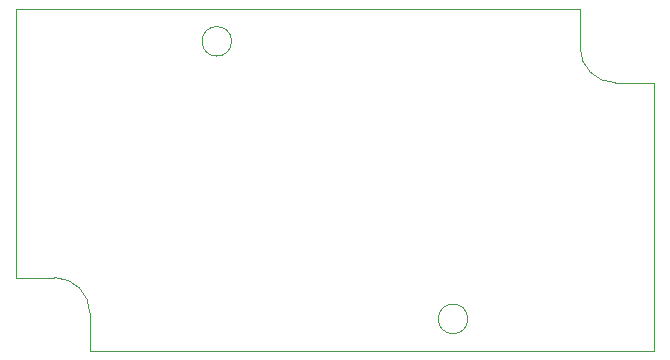
<source format=gm1>
%FSLAX24Y24*%
%MOIN*%
G70*
G01*
G75*
G04 Layer_Color=16711935*
%ADD10R,0.0787X0.0492*%
%ADD11O,0.0098X0.0335*%
%ADD12R,0.0532X0.0256*%
%ADD13O,0.0354X0.0157*%
%ADD14R,0.0591X0.0945*%
%ADD15O,0.0354X0.0110*%
%ADD16O,0.0110X0.0354*%
%ADD17R,0.0945X0.0945*%
%ADD18R,0.0591X0.0748*%
%ADD19R,0.0591X0.0591*%
%ADD20R,0.0433X0.0394*%
%ADD21R,0.0276X0.0354*%
%ADD22R,0.0354X0.0276*%
%ADD23R,0.0118X0.0193*%
%ADD24R,0.0118X0.0205*%
%ADD25R,0.0512X0.0591*%
%ADD26C,0.0394*%
%ADD27R,0.0236X0.0394*%
%ADD28R,0.0591X0.0512*%
%ADD29O,0.0532X0.0217*%
%ADD30O,0.0217X0.0532*%
%ADD31R,0.0138X0.0394*%
%ADD32R,0.0512X0.0413*%
%ADD33R,0.0315X0.0394*%
%ADD34R,0.0591X0.0276*%
%ADD35C,0.0079*%
%ADD36C,0.0197*%
%ADD37C,0.0354*%
%ADD38C,0.0276*%
%ADD39C,0.0394*%
%ADD40C,0.0063*%
%ADD41C,0.0118*%
%ADD42C,0.0157*%
%ADD43C,0.0100*%
%ADD44R,0.0787X0.0492*%
%ADD45R,0.1811X0.0197*%
%ADD46R,0.0197X0.2589*%
%ADD47R,0.1004X0.0197*%
%ADD48R,0.0197X0.1969*%
%ADD49C,0.0669*%
%ADD50R,0.0669X0.0669*%
%ADD51C,0.0315*%
%ADD52C,0.0709*%
%ADD53C,0.0197*%
%ADD54C,0.0276*%
%ADD55C,0.0236*%
%ADD56C,0.0354*%
%ADD57R,0.1024X0.1378*%
%ADD58R,0.0669X0.0315*%
%ADD59C,0.0039*%
%ADD60C,0.0098*%
%ADD61C,0.0236*%
%ADD62R,0.0866X0.0571*%
%ADD63R,0.0867X0.0572*%
%ADD64O,0.0178X0.0415*%
%ADD65R,0.0612X0.0336*%
%ADD66O,0.0449X0.0252*%
%ADD67R,0.0671X0.1025*%
%ADD68O,0.0409X0.0165*%
%ADD69O,0.0165X0.0409*%
%ADD70R,0.1025X0.1025*%
%ADD71R,0.0671X0.0828*%
%ADD72R,0.0671X0.0671*%
%ADD73R,0.0513X0.0474*%
%ADD74R,0.0356X0.0434*%
%ADD75R,0.0434X0.0356*%
%ADD76R,0.0157X0.0232*%
%ADD77R,0.0157X0.0244*%
%ADD78R,0.0592X0.0671*%
%ADD79C,0.0474*%
%ADD80R,0.0316X0.0474*%
%ADD81R,0.0671X0.0592*%
%ADD82O,0.0612X0.0297*%
%ADD83O,0.0297X0.0612*%
%ADD84R,0.0218X0.0474*%
%ADD85R,0.0592X0.0493*%
%ADD86R,0.0395X0.0474*%
%ADD87R,0.0671X0.0356*%
%ADD88C,0.0749*%
%ADD89R,0.0749X0.0749*%
%ADD90C,0.0395*%
%ADD91C,0.0789*%
%ADD92C,0.0277*%
%ADD93C,0.0434*%
%ADD94R,0.1104X0.1458*%
%ADD95R,0.0749X0.0395*%
%ADD96C,0.0004*%
D96*
X15059Y-10335D02*
G03*
X15059Y-10335I-492J0D01*
G01*
X7185Y-1083D02*
G03*
X7185Y-1083I-492J0D01*
G01*
X2461Y-10138D02*
G03*
X1280Y-8957I-1181J0D01*
G01*
X18799Y-1280D02*
G03*
X19980Y-2461I1181J0D01*
G01*
X21260Y-11417D02*
Y-2461D01*
X0Y0D02*
X18799D01*
X0Y-8957D02*
Y0D01*
X2461Y-11417D02*
X21260D01*
X2461D02*
Y-10138D01*
X0Y-8957D02*
X1280D01*
X19980Y-2461D02*
X21260D01*
X18799Y-1280D02*
Y0D01*
M02*

</source>
